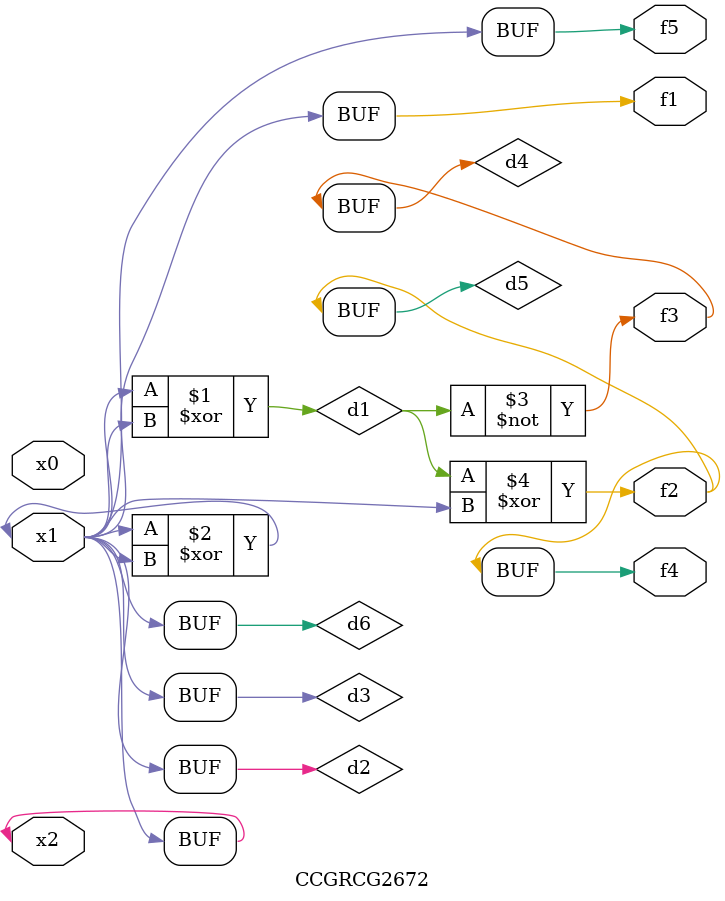
<source format=v>
module CCGRCG2672(
	input x0, x1, x2,
	output f1, f2, f3, f4, f5
);

	wire d1, d2, d3, d4, d5, d6;

	xor (d1, x1, x2);
	buf (d2, x1, x2);
	xor (d3, x1, x2);
	nor (d4, d1);
	xor (d5, d1, d2);
	buf (d6, d2, d3);
	assign f1 = d6;
	assign f2 = d5;
	assign f3 = d4;
	assign f4 = d5;
	assign f5 = d6;
endmodule

</source>
